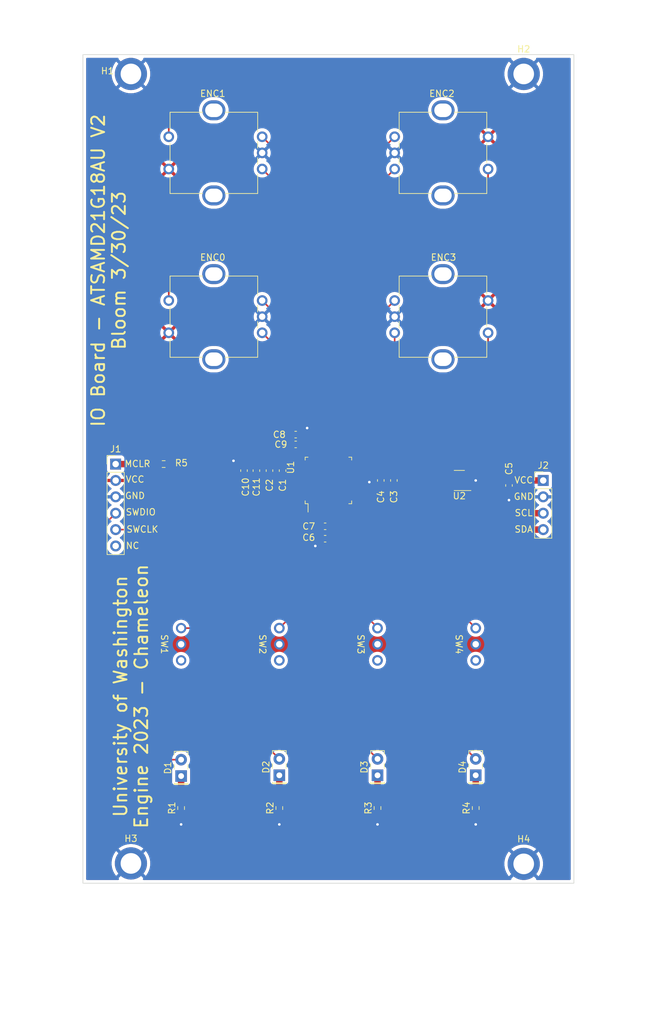
<source format=kicad_pcb>
(kicad_pcb (version 20211014) (generator pcbnew)
  (layers (0 "F.Cu" signal) (31 "B.Cu" signal) (34 "B.Paste" user) (35 "F.Paste" user) (36 "B.SilkS" user "B.Silkscreen") (37 "F.SilkS" user "F.Silkscreen") (38 "B.Mask" user) (39 "F.Mask" user) (44 "Edge.Cuts" user))
  (net 0 "")
  (net 1 "GND")
  (net 2 "Net-(C1-Pad2)")
  (net 3 "+3.3V")
  (net 4 "VCC")
  (net 5 "Net-(D1-Pad1)")
  (net 6 "Net-(D2-Pad1)")
  (net 7 "Net-(D3-Pad1)")
  (net 8 "Net-(D4-Pad1)")
  (net 9 "/ENC0_A")
  (net 10 "/ENC0_B")
  (net 11 "/ENC0_SW")
  (net 12 "/ENC1_A")
  (net 13 "/ENC1_B")
  (net 14 "/ENC1_SW")
  (net 15 "/ENC2_A")
  (net 16 "/ENC2_B")
  (net 17 "/ENC2_SW")
  (net 18 "/ENC3_A")
  (net 19 "/ENC3_B")
  (net 20 "/ENC3_SW")
  (net 21 "Net-(J1-Pad1)")
  (net 22 "/SWDIO")
  (net 23 "/SWCLK")
  (net 25 "/SDA")
  (net 26 "/SCL")
  (net 27 "/LED0")
  (net 28 "/LED1")
  (net 29 "/LED2")
  (net 30 "/LED3")
  (net 31 "/SW0")
  (net 33 "/SW1")
  (net 35 "/SW2")
  (net 37 "/SW3")
  (footprint "Resistor_SMD:R_0603_1608Metric" (layer "F.Cu") (at 110.96 166.84 90)
    (fp_text reference "R4" (at 0 -1.43 90) (layer "F.SilkS"))
    (fp_text value "10k")
    (pad "1" smd roundrect (at -0.825 0 90) (size 0.8 0.95) (layers "F.Cu" "F.Paste" "F.Mask") (net 1 "GND"))
    (pad "2" smd roundrect (at 0.825 0 90) (size 0.8 0.95) (layers "F.Cu" "F.Paste" "F.Mask") (net 8 "Net-(D4-Pad1)"))
  )
  (footprint "Package_QFP:TQFP-48_7x7mm_P0.5mm" (layer "F.Cu") (at 88.1 116.04 90)
    (fp_text reference "U1" (at 2.024 -5.85 90) (layer "F.SilkS"))
    (fp_text value "ATSAMD21G18A-A")
    (pad "1" smd roundrect (at -4.1625 -2.75 90) (size 1.475 0.3) (layers "F.Cu" "F.Paste" "F.Mask") (net 27 "/LED0"))
    (pad "2" smd roundrect (at -4.1625 -2.25 90) (size 1.475 0.3) (layers "F.Cu" "F.Paste" "F.Mask") (net 28 "/LED1"))
    (pad "3" smd roundrect (at -4.1625 -1.75 90) (size 1.475 0.3) (layers "F.Cu" "F.Paste" "F.Mask") (net 29 "/LED2"))
    (pad "4" smd roundrect (at -4.1625 -1.25 90) (size 1.475 0.3) (layers "F.Cu" "F.Paste" "F.Mask") (net 30 "/LED3"))
    (pad "5" smd roundrect (at -4.1625 -0.75 90) (size 1.475 0.3) (layers "F.Cu" "F.Paste" "F.Mask") (net 1 "GND"))
    (pad "6" smd roundrect (at -4.1625 -0.25 90) (size 1.475 0.3) (layers "F.Cu" "F.Paste" "F.Mask") (net 3 "+3.3V"))
    (pad "7" smd roundrect (at -4.1625 0.25 90) (size 1.475 0.3) (layers "F.Cu" "F.Paste" "F.Mask"))
    (pad "8" smd roundrect (at -4.1625 0.75 90) (size 1.475 0.3) (layers "F.Cu" "F.Paste" "F.Mask"))
    (pad "9" smd roundrect (at -4.1625 1.25 90) (size 1.475 0.3) (layers "F.Cu" "F.Paste" "F.Mask") (net 31 "/SW0"))
    (pad "10" smd roundrect (at -4.1625 1.75 90) (size 1.475 0.3) (layers "F.Cu" "F.Paste" "F.Mask") (net 33 "/SW1"))
    (pad "11" smd roundrect (at -4.1625 2.25 90) (size 1.475 0.3) (layers "F.Cu" "F.Paste" "F.Mask") (net 35 "/SW2"))
    (pad "12" smd roundrect (at -4.1625 2.75 90) (size 1.475 0.3) (layers "F.Cu" "F.Paste" "F.Mask") (net 37 "/SW3"))
    (pad "13" smd roundrect (at -2.75 4.1625 90) (size 0.3 1.475) (layers "F.Cu" "F.Paste" "F.Mask") (net 25 "/SDA"))
    (pad "14" smd roundrect (at -2.25 4.1625 90) (size 0.3 1.475) (layers "F.Cu" "F.Paste" "F.Mask") (net 26 "/SCL"))
    (pad "15" smd roundrect (at -1.75 4.1625 90) (size 0.3 1.475) (layers "F.Cu" "F.Paste" "F.Mask"))
    (pad "16" smd roundrect (at -1.25 4.1625 90) (size 0.3 1.475) (layers "F.Cu" "F.Paste" "F.Mask"))
    (pad "17" smd roundrect (at -0.75 4.1625 90) (size 0.3 1.475) (layers "F.Cu" "F.Paste" "F.Mask") (net 3 "+3.3V"))
    (pad "18" smd roundrect (at -0.25 4.1625 90) (size 0.3 1.475) (layers "F.Cu" "F.Paste" "F.Mask") (net 1 "GND"))
    (pad "19" smd roundrect (at 0.25 4.1625 90) (size 0.3 1.475) (layers "F.Cu" "F.Paste" "F.Mask"))
    (pad "20" smd roundrect (at 0.75 4.1625 90) (size 0.3 1.475) (layers "F.Cu" "F.Paste" "F.Mask"))
    (pad "21" smd roundrect (at 1.25 4.1625 90) (size 0.3 1.475) (layers "F.Cu" "F.Paste" "F.Mask"))
    (pad "22" smd roundrect (at 1.75 4.1625 90) (size 0.3 1.475) (layers "F.Cu" "F.Paste" "F.Mask"))
    (pad "23" smd roundrect (at 2.25 4.1625 90) (size 0.3 1.475) (layers "F.Cu" "F.Paste" "F.Mask") (net 20 "/ENC3_SW"))
    (pad "24" smd roundrect (at 2.75 4.1625 90) (size 0.3 1.475) (layers "F.Cu" "F.Paste" "F.Mask") (net 19 "/ENC3_B"))
    (pad "25" smd roundrect (at 4.1625 2.75 90) (size 1.475 0.3) (layers "F.Cu" "F.Paste" "F.Mask") (net 18 "/ENC3_A"))
    (pad "26" smd roundrect (at 4.1625 2.25 90) (size 1.475 0.3) (layers "F.Cu" "F.Paste" "F.Mask") (net 17 "/ENC2_SW"))
    (pad "27" smd roundrect (at 4.1625 1.75 90) (size 1.475 0.3) (layers "F.Cu" "F.Paste" "F.Mask") (net 16 "/ENC2_B"))
    (pad "28" smd roundrect (at 4.1625 1.25 90) (size 1.475 0.3) (layers "F.Cu" "F.Paste" "F.Mask") (net 15 "/ENC2_A"))
    (pad "29" smd roundrect (at 4.1625 0.75 90) (size 1.475 0.3) (layers "F.Cu" "F.Paste" "F.Mask") (net 14 "/ENC1_SW"))
    (pad "30" smd roundrect (at 4.1625 0.25 90) (size 1.475 0.3) (layers "F.Cu" "F.Paste" "F.Mask") (net 13 "/ENC1_B"))
    (pad "31" smd roundrect (at 4.1625 -0.25 90) (size 1.475 0.3) (layers "F.Cu" "F.Paste" "F.Mask") (net 12 "/ENC1_A"))
    (pad "32" smd roundrect (at 4.1625 -0.75 90) (size 1.475 0.3) (layers "F.Cu" "F.Paste" "F.Mask") (net 11 "/ENC0_SW"))
    (pad "33" smd roundrect (at 4.1625 -1.25 90) (size 1.475 0.3) (layers "F.Cu" "F.Paste" "F.Mask") (net 10 "/ENC0_B"))
    (pad "34" smd roundrect (at 4.1625 -1.75 90) (size 1.475 0.3) (layers "F.Cu" "F.Paste" "F.Mask") (net 9 "/ENC0_A"))
    (pad "35" smd roundrect (at 4.1625 -2.25 90) (size 1.475 0.3) (layers "F.Cu" "F.Paste" "F.Mask") (net 1 "GND"))
    (pad "36" smd roundrect (at 4.1625 -2.75 90) (size 1.475 0.3) (layers "F.Cu" "F.Paste" "F.Mask") (net 3 "+3.3V"))
    (pad "37" smd roundrect (at 2.75 -4.1625 90) (size 0.3 1.475) (layers "F.Cu" "F.Paste" "F.Mask"))
    (pad "38" smd roundrect (at 2.25 -4.1625 90) (size 0.3 1.475) (layers "F.Cu" "F.Paste" "F.Mask"))
    (pad "39" smd roundrect (at 1.75 -4.1625 90) (size 0.3 1.475) (layers "F.Cu" "F.Paste" "F.Mask"))
    (pad "40" smd roundrect (at 1.25 -4.1625 90) (size 0.3 1.475) (layers "F.Cu" "F.Paste" "F.Mask"))
    (pad "41" smd roundrect (at 0.75 -4.1625 90) (size 0.3 1.475) (layers "F.Cu" "F.Paste" "F.Mask"))
    (pad "42" smd roundrect (at 0.25 -4.1625 90) (size 0.3 1.475) (layers "F.Cu" "F.Paste" "F.Mask") (net 1 "GND"))
    (pad "43" smd roundrect (at -0.25 -4.1625 90) (size 0.3 1.475) (layers "F.Cu" "F.Paste" "F.Mask") (net 2 "Net-(C1-Pad2)"))
    (pad "44" smd roundrect (at -0.75 -4.1625 90) (size 0.3 1.475) (layers "F.Cu" "F.Paste" "F.Mask") (net 3 "+3.3V"))
    (pad "45" smd roundrect (at -1.25 -4.1625 90) (size 0.3 1.475) (layers "F.Cu" "F.Paste" "F.Mask") (net 23 "/SWCLK"))
    (pad "46" smd roundrect (at -1.75 -4.1625 90) (size 0.3 1.475) (layers "F.Cu" "F.Paste" "F.Mask") (net 22 "/SWDIO"))
    (pad "47" smd roundrect (at -2.25 -4.1625 90) (size 0.3 1.475) (layers "F.Cu" "F.Paste" "F.Mask"))
    (pad "48" smd roundrect (at -2.75 -4.1625 90) (size 0.3 1.475) (layers "F.Cu" "F.Paste" "F.Mask"))
  )
  (footprint "MountingHole:MountingHole_3.2mm_M3_ISO7380_Pad" (layer "F.Cu") (at 118.41 53)
    (fp_text reference "H2" (at 0 -3.85) (layer "F.SilkS"))
    (fp_text value "MountingHole_Pad")
    (pad "1" thru_hole circle (at 0 0) (size 5 5) (drill 3.2) (layers *.Cu *.Mask) (net 1 "GND"))
  )
  (footprint "Capacitor_SMD:C_0603_1608Metric" (layer "F.Cu") (at 116.124 116.815 -90)
    (fp_text reference "C5" (at -2.601 0 90) (layer "F.SilkS"))
    (fp_text value "10u")
    (pad "1" smd roundrect (at -0.775 0 270) (size 0.9 0.95) (layers "F.Cu" "F.Paste" "F.Mask") (net 4 "VCC"))
    (pad "2" smd roundrect (at 0.775 0 270) (size 0.9 0.95) (layers "F.Cu" "F.Paste" "F.Mask") (net 1 "GND"))
  )
  (footprint "custom_lib:EG_1218" (layer "F.Cu") (at 80.48 141.44 -90)
    (fp_text reference "SW2" (at 0 2.6 -90 unlocked) (layer "F.SilkS"))
    (fp_text value "EG_1218")
    (pad "1" thru_hole circle (at 0 0 270) (size 1.65 1.65) (drill 1) (layers *.Cu *.Mask) (net 3 "+3.3V"))
    (pad "2" thru_hole circle (at -2.5 0 270) (size 1.65 1.65) (drill 1) (layers *.Cu *.Mask) (net 33 "/SW1"))
    (pad "3" thru_hole circle (at 2.5 0 270) (size 1.65 1.65) (drill 1) (layers *.Cu *.Mask))
  )
  (footprint "LED_THT:LED_Rectangular_W5.0mm_H2.0mm" (layer "F.Cu") (at 65.24 161.88 90)
    (fp_text reference "D1" (at 1.27 -2.06 90) (layer "F.SilkS"))
    (fp_text value "LED")
    (pad "1" thru_hole rect (at 0 0 90) (size 1.8 1.8) (drill 0.9) (layers *.Cu *.Mask) (net 5 "Net-(D1-Pad1)"))
    (pad "2" thru_hole circle (at 2.54 0 90) (size 1.8 1.8) (drill 0.9) (layers *.Cu *.Mask) (net 27 "/LED0"))
  )
  (footprint "Resistor_SMD:R_0603_1608Metric" (layer "F.Cu") (at 80.48 166.84 90)
    (fp_text reference "R2" (at 0 -1.43 90) (layer "F.SilkS"))
    (fp_text value "10k")
    (pad "1" smd roundrect (at -0.825 0 90) (size 0.8 0.95) (layers "F.Cu" "F.Paste" "F.Mask") (net 1 "GND"))
    (pad "2" smd roundrect (at 0.825 0 90) (size 0.8 0.95) (layers "F.Cu" "F.Paste" "F.Mask") (net 6 "Net-(D2-Pad1)"))
  )
  (footprint "Capacitor_SMD:C_0603_1608Metric" (layer "F.Cu") (at 87.592 123.152)
    (fp_text reference "C7" (at -2.54 0) (layer "F.SilkS"))
    (fp_text value "0.1u")
    (pad "1" smd roundrect (at -0.775 0) (size 0.9 0.95) (layers "F.Cu" "F.Paste" "F.Mask") (net 1 "GND"))
    (pad "2" smd roundrect (at 0.775 0) (size 0.9 0.95) (layers "F.Cu" "F.Paste" "F.Mask") (net 3 "+3.3V"))
  )
  (footprint "custom_lib:PEC12R-3217F-S0024-ND" (layer "F.Cu") (at 105.88 90.64)
    (fp_text reference "ENC3" (at 0.084 -9.192 unlocked) (layer "F.SilkS"))
    (fp_text value "RotaryEncoder_Switch")
    (pad "A" thru_hole circle (at -7.5 -2.5 270) (size 1.65 1.65) (drill 1) (layers *.Cu *.Mask) (net 18 "/ENC3_A"))
    (pad "B" thru_hole circle (at -7.5 2.5 270) (size 1.65 1.65) (drill 1) (layers *.Cu *.Mask) (net 19 "/ENC3_B"))
    (pad "C" thru_hole circle (at -7.5 0 270) (size 1.65 1.65) (drill 1) (layers *.Cu *.Mask) (net 1 "GND"))
    (pad "S1" thru_hole circle (at 7 -2.5 270) (size 1.65 1.65) (drill 1) (layers *.Cu *.Mask) (net 3 "+3.3V"))
    (pad "S2" thru_hole circle (at 7 2.5 270) (size 1.65 1.65) (drill 1) (layers *.Cu *.Mask) (net 20 "/ENC3_SW"))
    (pad "SH" thru_hole oval (at 0 6.6 270) (size 3.1 3.6) (drill oval 2.1 2.7) (layers *.Cu *.Mask))
    (pad "SH" thru_hole oval (at 0 -6.6 270) (size 3.1 3.6) (drill oval 2.1 2.7) (layers *.Cu *.Mask))
  )
  (footprint "Capacitor_SMD:C_0603_1608Metric" (layer "F.Cu") (at 76.924 114.516 -90)
    (fp_text reference "C11" (at 2.54 0 90) (layer "F.SilkS"))
    (fp_text value "0.1u")
    (pad "1" smd roundrect (at -0.775 0 270) (size 0.9 0.95) (layers "F.Cu" "F.Paste" "F.Mask") (net 1 "GND"))
    (pad "2" smd roundrect (at 0.775 0 270) (size 0.9 0.95) (layers "F.Cu" "F.Paste" "F.Mask") (net 3 "+3.3V"))
  )
  (footprint "Capacitor_SMD:C_0603_1608Metric" (layer "F.Cu") (at 87.592 125.076 180)
    (fp_text reference "C6" (at 2.54 0.186) (layer "F.SilkS"))
    (fp_text value "10u")
    (pad "1" smd roundrect (at -0.775 0 180) (size 0.9 0.95) (layers "F.Cu" "F.Paste" "F.Mask") (net 3 "+3.3V"))
    (pad "2" smd roundrect (at 0.775 0 180) (size 0.9 0.95) (layers "F.Cu" "F.Paste" "F.Mask") (net 1 "GND"))
  )
  (footprint "Connector_PinHeader_2.54mm:PinHeader_1x06_P2.54mm_Vertical" (layer "F.Cu") (at 55.08 113.5)
    (fp_text reference "J1" (at 0 -2.33) (layer "F.SilkS"))
    (fp_text value "Conn_PIC_ICSP_ICD")
    (pad "1" thru_hole rect (at 0 0) (size 1.7 1.7) (drill 1) (layers *.Cu *.Mask) (net 21 "Net-(J1-Pad1)"))
    (pad "2" thru_hole oval (at 0 2.54) (size 1.7 1.7) (drill 1) (layers *.Cu *.Mask) (net 3 "+3.3V"))
    (pad "3" thru_hole oval (at 0 5.08) (size 1.7 1.7) (drill 1) (layers *.Cu *.Mask) (net 1 "GND"))
    (pad "4" thru_hole oval (at 0 7.62) (size 1.7 1.7) (drill 1) (layers *.Cu *.Mask) (net 22 "/SWDIO"))
    (pad "5" thru_hole oval (at 0 10.16) (size 1.7 1.7) (drill 1) (layers *.Cu *.Mask) (net 23 "/SWCLK"))
    (pad "6" thru_hole oval (at 0 12.7) (size 1.7 1.7) (drill 1) (layers *.Cu *.Mask))
  )
  (footprint "MountingHole:MountingHole_3.2mm_M3_ISO7380_Pad" (layer "F.Cu") (at 118.41 175.5)
    (fp_text reference "H4" (at 0 -3.85) (layer "F.SilkS"))
    (fp_text value "MountingHole_Pad")
    (pad "1" thru_hole circle (at 0 0) (size 5 5) (drill 3.2) (layers *.Cu *.Mask) (net 1 "GND"))
  )
  (footprint "Capacitor_SMD:C_0603_1608Metric" (layer "F.Cu") (at 98.26 116.04 90)
    (fp_text reference "C3" (at -2.54 0 90) (layer "F.SilkS"))
    (fp_text value "10u")
    (pad "1" smd roundrect (at -0.775 0 90) (size 0.9 0.95) (layers "F.Cu" "F.Paste" "F.Mask") (net 3 "+3.3V"))
    (pad "2" smd roundrect (at 0.775 0 90) (size 0.9 0.95) (layers "F.Cu" "F.Paste" "F.Mask") (net 1 "GND"))
  )
  (footprint "LED_THT:LED_Rectangular_W5.0mm_H2.0mm" (layer "F.Cu") (at 95.72 161.76 90)
    (fp_text reference "D3" (at 1.27 -2.06 90) (layer "F.SilkS"))
    (fp_text value "LED")
    (pad "1" thru_hole rect (at 0 0 90) (size 1.8 1.8) (drill 0.9) (layers *.Cu *.Mask) (net 7 "Net-(D3-Pad1)"))
    (pad "2" thru_hole circle (at 2.54 0 90) (size 1.8 1.8) (drill 0.9) (layers *.Cu *.Mask) (net 29 "/LED2"))
  )
  (footprint "LED_THT:LED_Rectangular_W5.0mm_H2.0mm" (layer "F.Cu") (at 80.48 161.76 90)
    (fp_text reference "D2" (at 1.27 -2.06 90) (layer "F.SilkS"))
    (fp_text value "LED")
    (pad "1" thru_hole rect (at 0 0 90) (size 1.8 1.8) (drill 0.9) (layers *.Cu *.Mask) (net 6 "Net-(D2-Pad1)"))
    (pad "2" thru_hole circle (at 2.54 0 90) (size 1.8 1.8) (drill 0.9) (layers *.Cu *.Mask) (net 28 "/LED1"))
  )
  (footprint "custom_lib:EG_1218" (layer "F.Cu") (at 70.24 141.44 -90)
    (fp_text reference "SW1" (at 0 7.6 -90 unlocked) (layer "F.SilkS"))
    (fp_text value "EG_1218")
    (pad "1" thru_hole circle (at 0 5 270) (size 1.6 1.6) (drill 1) (layers *.Cu *.Mask) (net 3 "+3.3V"))
    (pad "2" thru_hole circle (at -2.5 5 270) (size 1.6 1.6) (drill 1) (layers *.Cu *.Mask) (net 31 "/SW0"))
    (pad "3" thru_hole circle (at 2.5 5 270) (size 1.6 1.6) (drill 1) (layers *.Cu *.Mask))
  )
  (footprint "Connector_PinHeader_2.54mm:PinHeader_1x04_P2.54mm_Vertical" (layer "F.Cu") (at 121.4375 116.04)
    (fp_text reference "J2" (at 0 -2.33) (layer "F.SilkS"))
    (fp_text value "Conn_01x04_Male")
    (pad "1" thru_hole rect (at 0 0) (size 1.7 1.7) (drill 1) (layers *.Cu *.Mask) (net 4 "VCC"))
    (pad "2" thru_hole oval (at 0 2.54) (size 1.7 1.7) (drill 1) (layers *.Cu *.Mask) (net 1 "GND"))
    (pad "3" thru_hole oval (at 0 5.08) (size 1.7 1.7) (drill 1) (layers *.Cu *.Mask) (net 26 "/SCL"))
    (pad "4" thru_hole oval (at 0 7.62) (size 1.7 1.7) (drill 1) (layers *.Cu *.Mask) (net 25 "/SDA"))
  )
  (footprint "Resistor_SMD:R_0603_1608Metric" (layer "F.Cu") (at 62.53 113.5 180)
    (fp_text reference "R5" (at -2.751 0.175) (layer "F.SilkS"))
    (fp_text value "10k")
    (pad "1" smd roundrect (at -0.825 0 180) (size 0.8 0.95) (layers "F.Cu" "F.Paste" "F.Mask") (net 3 "+3.3V"))
    (pad "2" smd roundrect (at 0.825 0 180) (size 0.8 0.95) (layers "F.Cu" "F.Paste" "F.Mask") (net 21 "Net-(J1-Pad1)"))
  )
  (footprint "custom_lib:PEC12R-3217F-S0024-ND" (layer "F.Cu") (at 69.86 90.64 180)
    (fp_text reference "ENC0" (at -0.29 9.192 unlocked) (layer "F.SilkS"))
    (fp_text value "RotaryEncoder_Switch")
    (pad "A" thru_hole circle (at -7.96 -2.5 90) (size 1.65 1.65) (drill 1) (layers *.Mask "F.Cu" "In1.Cu" "B.Cu") (net 9 "/ENC0_A"))
    (pad "B" thru_hole circle (at -7.96 2.5 90) (size 1.65 1.65) (drill 1) (layers *.Mask "F.Cu" "In1.Cu" "B.Cu") (net 10 "/ENC0_B"))
    (pad "C" thru_hole circle (at -7.96 0 90) (size 1.65 1.65) (drill 1) (layers *.Mask "F.Cu" "In1.Cu" "B.Cu") (net 1 "GND"))
    (pad "S1" thru_hole circle (at 6.54 -2.5 90) (size 1.65 1.65) (drill 1) (layers *.Mask "F.Cu" "In1.Cu" "B.Cu") (net 3 "+3.3V"))
    (pad "S2" thru_hole circle (at 6.54 2.5 90) (size 1.65 1.65) (drill 1) (layers *.Cu *.Mask) (net 11 "/ENC0_SW"))
    (pad "SH" thru_hole oval (at -0.46 6.6 90) (size 3.1 3.6) (drill oval 2.1 2.7) (layers *.Mask "F.Cu" "In1.Cu" "B.Cu"))
    (pad "SH" thru_hole oval (at -0.46 -6.6 90) (size 3.1 3.6) (drill oval 2.1 2.7) (layers *.Mask "F.Cu" "In1.Cu" "B.Cu"))
  )
  (footprint "custom_lib:PEC12R-3217F-S0024-ND" (layer "F.Cu") (at 70.32 65.24 180)
    (fp_text reference "ENC1" (at 0.17 9.192 unlocked) (layer "F.SilkS"))
    (fp_text value "RotaryEncoder_Switch")
    (pad "A" thru_hole circle (at -7.5 -2.5 90) (size 1.65 1.65) (drill 1) (layers *.Mask "F.Cu" "In1.Cu" "B.Cu") (net 12 "/ENC1_A"))
    (pad "B" thru_hole circle (at -7.5 2.5 90) (size 1.65 1.65) (drill 1) (layers *.Mask "F.Cu" "In1.Cu" "B.Cu") (net 13 "/ENC1_B"))
    (pad "C" thru_hole circle (at -7.5 0 90) (size 1.65 1.65) (drill 1) (layers *.Mask "F.Cu" "In1.Cu" "B.Cu") (net 1 "GND"))
    (pad "S1" thru_hole circle (at 7 -2.5 90) (size 1.65 1.65) (drill 1) (layers *.Mask "F.Cu" "In1.Cu" "B.Cu") (net 3 "+3.3V"))
    (pad "S2" thru_hole circle (at 7 2.5 90) (size 1.65 1.65) (drill 1) (layers *.Mask "F.Cu" "In1.Cu" "B.Cu") (net 14 "/ENC1_SW"))
    (pad "SH" thru_hole oval (at 0 -6.6 90) (size 3.1 3.6) (drill oval 2.1 2.7) (layers *.Mask "F.Cu" "In1.Cu" "B.Cu"))
    (pad "SH" thru_hole oval (at 0 6.6 90) (size 3.1 3.6) (drill oval 2.1 2.7) (layers *.Mask "F.Cu" "In1.Cu" "B.Cu"))
  )
  (footprint "MountingHole:MountingHole_3.2mm_M3_ISO7380_Pad" (layer "F.Cu") (at 57.45 175.428)
    (fp_text reference "H3" (at 0 -3.85) (layer "F.SilkS"))
    (fp_text value "MountingHole_Pad")
    (pad "1" thru_hole circle (at 0 0) (size 5 5) (drill 3.2) (layers *.Cu *.Mask) (net 1 "GND"))
  )
  (footprint "Capacitor_SMD:C_0603_1608Metric" (layer "F.Cu") (at 80.988 114.516 -90)
    (fp_text reference "C1" (at 2.273 0 90) (layer "F.SilkS"))
    (fp_text value "0.1u")
    (pad "1" smd roundrect (at -0.775 0 270) (size 0.9 0.95) (layers "F.Cu" "F.Paste" "F.Mask") (net 1 "GND"))
    (pad "2" smd roundrect (at 0.775 0 270) (size 0.9 0.95) (layers "F.Cu" "F.Paste" "F.Mask") (net 2 "Net-(C1-Pad2)"))
  )
  (footprint "custom_lib:EG_1218" (layer "F.Cu") (at 110.96 141.44 -90)
    (fp_text reference "SW4" (at 0 2.6 -90 unlocked) (layer "F.SilkS"))
    (fp_text value "EG_1218")
    (pad "1" thru_hole circle (at 0 0 270) (size 1.65 1.65) (drill 1) (layers *.Cu *.Mask) (net 3 "+3.3V"))
    (pad "2" thru_hole circle (at -2.5 0 270) (size 1.65 1.65) (drill 1) (layers *.Cu *.Mask) (net 37 "/SW3"))
    (pad "3" thru_hole circle (at 2.5 0 270) (size 1.65 1.65) (drill 1) (layers *.Cu *.Mask))
  )
  (footprint "custom_lib:EG_1218" (layer "F.Cu") (at 95.72 141.44 -90)
    (fp_text reference "SW3" (at 0 2.6 -90 unlocked) (layer "F.SilkS"))
    (fp_text value "EG_1218")
    (pad "1" thru_hole circle (at 0 0 270) (size 1.65 1.65) (drill 1) (layers *.Cu *.Mask) (net 3 "+3.3V"))
    (pad "2" thru_hole circle (at -2.5 0 270) (size 1.65 1.65) (drill 1) (layers *.Cu *.Mask) (net 35 "/SW2"))
    (pad "3" thru_hole circle (at 2.5 0 270) (size 1.65 1.65) (drill 1) (layers *.Cu *.Mask))
  )
  (footprint "Resistor_SMD:R_0603_1608Metric" (layer "F.Cu") (at 65.24 166.84 90)
    (fp_text reference "R1" (at 0 -1.43 90) (layer "F.SilkS"))
    (fp_text value "10k")
    (pad "1" smd roundrect (at -0.825 0 90) (size 0.8 0.95) (layers "F.Cu" "F.Paste" "F.Mask") (net 1 "GND"))
    (pad "2" smd roundrect (at 0.825 0 90) (size 0.8 0.95) (layers "F.Cu" "F.Paste" "F.Mask") (net 5 "Net-(D1-Pad1)"))
  )
  (footprint "MountingHole:MountingHole_3.2mm_M3_ISO7380_Pad" (layer "F.Cu") (at 57.45 53)
    (fp_text reference "H1" (at -3.64 -0.46) (layer "F.SilkS"))
    (fp_text value "MountingHole_Pad")
    (pad "1" thru_hole circle (at 0 0) (size 5 5) (drill 3.2) (layers *.Cu *.Mask) (net 1 "GND"))
  )
  (footprint "Resistor_SMD:R_0603_1608Metric" (layer "F.Cu") (at 95.72 166.84 90)
    (fp_text reference "R3" (at 0 -1.43 90) (layer "F.SilkS"))
    (fp_text value "10k")
    (pad "1" smd roundrect (at -0.825 0 90) (size 0.8 0.95) (layers "F.Cu" "F.Paste" "F.Mask") (net 1 "GND"))
    (pad "2" smd roundrect (at 0.825 0 90) (size 0.8 0.95) (layers "F.Cu" "F.Paste" "F.Mask") (net 7 "Net-(D3-Pad1)"))
  )
  (footprint "LED_THT:LED_Rectangular_W5.0mm_H2.0mm" (layer "F.Cu") (at 110.96 161.76 90)
    (fp_text reference "D4" (at 1.27 -2.06 90) (layer "F.SilkS"))
    (fp_text value "LED")
    (pad "1" thru_hole rect (at 0 0 90) (size 1.8 1.8) (drill 0.9) (layers *.Cu *.Mask) (net 8 "Net-(D4-Pad1)"))
    (pad "2" thru_hole circle (at 2.54 0 90) (size 1.8 1.8) (drill 0.9) (layers *.Cu *.Mask) (net 30 "/LED3"))
  )
  (footprint "custom_lib:PEC12R-3217F-S0024-ND" (layer "F.Cu") (at 105.88 65.24)
    (fp_text reference "ENC2" (at -0.17 -9.192 unlocked) (layer "F.SilkS"))
    (fp_text value "RotaryEncoder_Switch")
    (pad "A" thru_hole circle (at -7.5 -2.5 270) (size 1.65 1.65) (drill 1) (layers *.Mask "F.Cu" "In1.Cu" "B.Cu") (net 15 "/ENC2_A"))
    (pad "B" thru_hole circle (at -7.5 2.5 270) (size 1.65 1.65) (drill 1) (layers *.Mask "F.Cu" "In1.Cu" "B.Cu") (net 16 "/ENC2_B"))
    (pad "C" thru_hole circle (at -7.5 0 270) (size 1.65 1.65) (drill 1) (layers *.Mask "F.Cu" "In1.Cu" "B.Cu") (net 1 "GND"))
    (pad "S1" thru_hole circle (at 7 -2.5 270) (size 1.65 1.65) (drill 1) (layers *.Mask "F.Cu" "In1.Cu" "B.Cu") (net 3 "+3.3V"))
    (pad "S2" thru_hole circle (at 7 2.5 270) (size 1.65 1.65) (drill 1) (layers *.Mask "F.Cu" "In1.Cu" "B.Cu") (net 17 "/ENC2_SW"))
    (pad "SH" thru_hole oval (at 0 6.6 270) (size 3.1 3.6) (drill oval 2.1 2.7) (layers *.Mask "F.Cu" "In1.Cu" "B.Cu"))
    (pad "SH" thru_hole oval (at 0 -6.6 270) (size 3.1 3.6) (drill oval 2.1 2.7) (layers *.Mask "F.Cu" "In1.Cu" "B.Cu"))
  )
  (footprint "Capacitor_SMD:C_0603_1608Metric" (layer "F.Cu") (at 96.228 116.04 -90)
    (fp_text reference "C4" (at 2.54 0 90) (layer "F.SilkS"))
    (fp_text value "0.1u")
    (pad "1" smd roundrect (at -0.775 0 270) (size 0.9 0.95) (layers "F.Cu" "F.Paste" "F.Mask") (net 1 "GND"))
    (pad "2" smd roundrect (at 0.775 0 270) (size 0.9 0.95) (layers "F.Cu" "F.Paste" "F.Mask") (net 3 "+3.3V"))
  )
  (footprint "Capacitor_SMD:C_0603_1608Metric" (layer "F.Cu") (at 75 114.516 90)
    (fp_text reference "C10" (at -2.54 0.241 90) (layer "F.SilkS"))
    (fp_text value "10u")
    (pad "1" smd roundrect (at -0.775 0 90) (size 0.9 0.95) (layers "F.Cu" "F.Paste" "F.Mask") (net 3 "+3.3V"))
    (pad "2" smd roundrect (at 0.775 0 90) (size 0.9 0.95) (layers "F.Cu" "F.Paste" "F.Mask") (net 1 "GND"))
  )
  (footprint "Capacitor_SMD:C_0603_1608Metric" (layer "F.Cu") (at 78.956 114.516 -90)
    (fp_text reference "C2" (at 2.273 0 90) (layer "F.SilkS"))
    (fp_text value "10u")
    (pad "1" smd roundrect (at -0.775 0 270) (size 0.9 0.95) (layers "F.Cu" "F.Paste" "F.Mask") (net 1 "GND"))
    (pad "2" smd roundrect (at 0.775 0 270) (size 0.9 0.95) (layers "F.Cu" "F.Paste" "F.Mask") (net 2 "Net-(C1-Pad2)"))
  )
  (footprint "Capacitor_SMD:C_0603_1608Metric" (layer "F.Cu") (at 83.02 110.452)
    (fp_text reference "C9" (at -2.299 0) (layer "F.SilkS"))
    (fp_text value "0.1u")
    (pad "1" smd roundrect (at -0.775 0) (size 0.9 0.95) (layers "F.Cu" "F.Paste" "F.Mask") (net 1 "GND"))
    (pad "2" smd roundrect (at 0.775 0) (size 0.9 0.95) (layers "F.Cu" "F.Paste" "F.Mask") (net 3 "+3.3V"))
  )
  (footprint "Package_TO_SOT_SMD:SOT-23-5" (layer "F.Cu") (at 108.42 116.04 180)
    (fp_text reference "U2" (at 0 -2.4) (layer "F.SilkS"))
    (fp_text value "AP2112K-3.3")
    (pad "1" smd roundrect (at -1.1375 -0.95 180) (size 1.325 0.6) (layers "F.Cu" "F.Paste" "F.Mask") (net 4 "VCC"))
    (pad "2" smd roundrect (at -1.1375 0 180) (size 1.325 0.6) (layers "F.Cu" "F.Paste" "F.Mask") (net 1 "GND"))
    (pad "3" smd roundrect (at -1.1375 0.95 180) (size 1.325 0.6) (layers "F.Cu" "F.Paste" "F.Mask") (net 4 "VCC"))
    (pad "4" smd roundrect (at 1.1375 0.95 180) (size 1.325 0.6) (layers "F.Cu" "F.Paste" "F.Mask"))
    (pad "5" smd roundrect (at 1.1375 -0.95 180) (size 1.325 0.6) (layers "F.Cu" "F.Paste" "F.Mask") (net 3 "+3.3V"))
  )
  (footprint "Capacitor_SMD:C_0603_1608Metric" (layer "F.Cu") (at 83.02 108.928 180)
    (fp_text reference "C8" (at 2.54 0) (layer "F.SilkS"))
    (fp_text value "10u")
    (pad "1" smd roundrect (at -0.775 0 180) (size 0.9 0.95) (layers "F.Cu" "F.Paste" "F.Mask") (net 3 "+3.3V"))
    (pad "2" smd roundrect (at 0.775 0 180) (size 0.9 0.95) (layers "F.Cu" "F.Paste" "F.Mask") (net 1 "GND"))
  )
  (gr_rect (start 50 50) (end 126.2 178.5) (layer "Edge.Cuts") (width 0.1) (fill none))
  (gr_text "MCLR" (at 58.466 113.452) (layer "F.SilkS") (effects (font (size 1 1))))
  (gr_text "SWCLK" (at 59.228 123.612) (layer "F.SilkS") (effects (font (size 1 1))))
  (gr_text "GND\n" (at 58.085 118.405) (layer "F.SilkS") (effects (font (size 1 1))))
  (gr_text "GND\n" (at 118.41 118.532) (layer "F.SilkS") (effects (font (size 1 1))))
  (gr_text "VCC" (at 118.41 115.992) (layer "F.SilkS") (effects (font (size 1 1))))
  (gr_text "\nIO Board - ATSAMD21G18AU V2\nBloom 3/30/23" (at 52.37 83.48 90) (layer "F.SilkS") (effects (font (size 2 2) (thickness 0.3))))
  (gr_text "SDA\n" (at 118.41 123.612) (layer "F.SilkS") (effects (font (size 1 1))))
  (gr_text "VCC" (at 58.085 115.865) (layer "F.SilkS") (effects (font (size 1 1))))
  (gr_text "University of Washington\nEngine 2023 - Chameleon" (at 57.45 149.52 90) (layer "F.SilkS") (effects (font (size 2 2) (thickness 0.3))))
  (gr_text "SCL\n" (at 118.41 121.072) (layer "F.SilkS") (effects (font (size 1 1))))
  (gr_text "SWDIO\n" (at 58.974 120.945) (layer "F.SilkS") (effects (font (size 1 1))))
  (gr_text "NC" (at 57.704 126.152) (layer "F.SilkS") (effects (font (size 1 1))))
  (segment (start 86.817 125.451) (end 86.068 126.2) (width 0.25) (layer "F.Cu") (net 1))
  (segment (start 86.817 125.076) (end 86.817 125.451) (width 0.25) (layer "F.Cu") (net 1))
  (segment (start 82.245 108.928) (end 83.261 107.912) (width 0.25) (layer "F.Cu") (net 1))
  (segment (start 80.48 167.665) (end 80.48 169.38) (width 1) (layer "F.Cu") (net 1))
  (segment (start 87.35 122.619) (end 86.817 123.152) (width 0.25) (layer "F.Cu") (net 1))
  (segment (start 74.117 113.741) (end 73.368 112.992) (width 0.25) (layer "F.Cu") (net 1))
  (segment (start 75 113.741) (end 76.924 113.741) (width 0.25) (layer "F.Cu") (net 1))
  (segment (start 116.124 117.59) (end 116.124 118.58) (width 1) (layer "F.Cu") (net 1))
  (segment (start 87.35 120.2025) (end 87.35 122.619) (width 0.25) (layer "F.Cu") (net 1))
  (segment (start 83.9375 115.79) (end 82.762 115.79) (width 0.25) (layer "F.Cu") (net 1))
  (segment (start 80.988 113.741) (end 78.956 113.741) (width 0.25) (layer "F.Cu") (net 1))
  (segment (start 94.446 116.29) (end 94.45 116.294) (width 0.25) (layer "F.Cu") (net 1))
  (segment (start 109.5575 116.04) (end 110.96 116.04) (width 0.6) (layer "F.Cu") (net 1))
  (segment (start 95.199 116.294) (end 96.228 115.265) (width 0.25) (layer "F.Cu") (net 1))
  (segment (start 82.762 115.79) (end 80.988 114.016) (width 0.25) (layer "F.Cu") (net 1))
  (segment (start 85.85 111.8775) (end 85.85 108.964) (width 0.25) (layer "F.Cu") (net 1))
  (segment (start 95.72 167.665) (end 95.72 169.38) (width 1) (layer "F.Cu") (net 1))
  (segment (start 65.24 167.665) (end 65.24 169.38) (width 1) (layer "F.Cu") (net 1))
  (segment (start 75 113.741) (end 74.117 113.741) (width 0.25) (layer "F.Cu") (net 1))
  (segment (start 82.245 108.928) (end 82.245 110.452) (width 0.25) (layer "F.Cu") (net 1))
  (segment (start 116.124 118.58) (end 116.124 119.088) (width 1) (layer "F.Cu") (net 1))
  (segment (start 96.228 115.265) (end 98.26 115.265) (width 0.25) (layer "F.Cu") (net 1))
  (segment (start 110.96 167.665) (end 110.96 169.38) (width 1) (layer "F.Cu") (net 1))
  (segment (start 94.45 116.294) (end 95.199 116.294) (width 0.25) (layer "F.Cu") (net 1))
  (segment (start 83.261 107.912) (end 84.798 107.912) (width 0.25) (layer "F.Cu") (net 1))
  (segment (start 92.2625 116.29) (end 94.446 116.29) (width 0.25) (layer "F.Cu") (net 1))
  (segment (start 85.85 108.964) (end 84.798 107.912) (width 0.25) (layer "F.Cu") (net 1))
  (segment (start 86.817 123.152) (end 86.817 125.076) (width 0.25) (layer "F.Cu") (net 1))
  (segment (start 76.924 113.741) (end 78.956 113.741) (width 0.25) (layer "F.Cu") (net 1))
  (via (at 116.124 119.088) (size 1) (drill 0.4) (layers "F.Cu" "B.Cu") (net 1))
  (via (at 84.798 107.912) (size 1) (drill 0.4) (layers "F.Cu" "B.Cu") (net 1))
  (via (at 80.48 169.38) (size 1) (drill 0.4) (layers "F.Cu" "B.Cu") (net 1))
  (via (at 110.96 169.38) (size 1) (drill 0.4) (layers "F.Cu" "B.Cu") (net 1))
  (via (at 110.96 116.04) (size 1) (drill 0.4) (layers "F.Cu" "B.Cu") (net 1))
  (via (at 94.45 116.294) (size 1) (drill 0.4) (layers "F.Cu" "B.Cu") (net 1))
  (via (at 86.068 126.2) (size 1) (drill 0.4) (layers "F.Cu" "B.Cu") (net 1))
  (via (at 65.24 169.38) (size 1) (drill 0.4) (layers "F.Cu" "B.Cu") (net 1))
  (via (at 73.368 112.992) (size 1) (drill 0.4) (layers "F.Cu" "B.Cu") (net 1))
  (via (at 95.72 169.38) (size 1) (drill 0.4) (layers "F.Cu" "B.Cu") (net 1))
  (segment (start 83.9375 116.29) (end 81.712 116.29) (width 0.25) (layer "F.Cu") (net 2))
  (segment (start 81.712 116.29) (end 80.988 115.566) (width 0.25) (layer "F.Cu") (net 2))
  (segment (start 80.988 115.291) (end 78.956 115.291) (width 0.25) (layer "F.Cu") (net 2))
  (segment (start 85.2205 111.8775) (end 83.795 110.452) (width 0.25) (layer "F.Cu") (net 3))
  (segment (start 85.35 111.8775) (end 85.2205 111.8775) (width 0.25) (layer "F.Cu") (net 3))
  (segment (start 94.108273 117.119) (end 95.924 117.119) (width 0.25) (layer "F.Cu") (net 3))
  (segment (start 87.95 121.19) (end 88.034315 121.19) (width 0.25) (layer "F.Cu") (net 3))
  (segment (start 88.034315 121.19) (end 88.034315 122.819315) (width 0.25) (layer "F.Cu") (net 3))
  (segment (start 87.85 121.005685) (end 87.95 121.105685) (width 0.25) (layer "F.Cu") (net 3))
  (segment (start 87.95 121.105685) (end 87.95 121.19) (width 0.25) (layer "F.Cu") (net 3))
  (segment (start 105.71 117.008) (end 105.728 116.99) (width 1) (layer "F.Cu") (net 3))
  (segment (start 87.85 120.2025) (end 87.85 121.005685) (width 0.25) (layer "F.Cu") (net 3))
  (segment (start 93.779273 116.79) (end 94.108273 117.119) (width 0.25) (layer "F.Cu") (net 3))
  (segment (start 92.2625 116.79) (end 93.779273 116.79) (width 0.25) (layer "F.Cu") (net 3))
  (segment (start 88.034315 122.819315) (end 88.367 123.152) (width 0.25) (layer "F.Cu") (net 3))
  (segment (start 83.9375 116.79) (end 81.23 116.79) (width 0.25) (layer "F.Cu") (net 3))
  (segment (start 107.2825 116.99) (end 105.728 116.99) (width 1) (layer "F.Cu") (net 3))
  (segment (start 95.924 117.119) (end 96.228 116.815) (width 0.25) (layer "F.Cu") (net 3))
  (segment (start 109.5575 114.9025) (end 109.5575 115.09) (width 0.6) (layer "F.Cu") (net 4))
  (segment (start 113.5 116.04) (end 111.595 114.135) (width 0.6) (layer "F.Cu") (net 4))
  (segment (start 110.325 117.945) (end 109.5575 117.1775) (width 0.6) (layer "F.Cu") (net 4))
  (segment (start 121.4375 116.04) (end 113.5 116.04) (width 1) (layer "F.Cu") (net 4))
  (segment (start 109.5575 117.1775) (end 109.5575 116.99) (width 0.6) (layer "F.Cu") (net 4))
  (segment (start 110.325 114.135) (end 109.5575 114.9025) (width 0.6) (layer "F.Cu") (net 4))
  (segment (start 113.5 116.04) (end 111.595 117.945) (width 0.6) (layer "F.Cu") (net 4))
  (segment (start 111.595 117.945) (end 110.325 117.945) (width 0.6) (layer "F.Cu") (net 4))
  (segment (start 111.595 114.135) (end 110.325 114.135) (width 0.6) (layer "F.Cu") (net 4))
  (segment (start 65.24 161.88) (end 65.24 166.015) (width 1) (layer "F.Cu") (net 5))
  (segment (start 80.48 161.76) (end 80.48 166.015) (width 1) (layer "F.Cu") (net 6))
  (segment (start 95.72 161.76) (end 95.72 166.015) (width 1) (layer "F.Cu") (net 7))
  (segment (start 110.96 166.015) (end 110.96 161.76) (width 1) (layer "F.Cu") (net 8))
  (segment (start 86.35 111.8775) (end 86.35 101.67) (width 0.25) (layer "F.Cu") (net 9))
  (segment (start 86.35 101.67) (end 77.82 93.14) (width 0.25) (layer "F.Cu") (net 9))
  (segment (start 86.85 111.8775) (end 86.85 97.17) (width 0.25) (layer "F.Cu") (net 10))
  (segment (start 86.85 97.17) (end 77.82 88.14) (width 0.25) (layer "F.Cu") (net 10))
  (segment (start 66.51 80.226) (end 63.32 83.416) (width 0.25) (layer "F.Cu") (net 11))
  (segment (start 63.32 83.416) (end 63.32 88.14) (width 0.25) (layer "F.Cu") (net 11))
  (segment (start 87.35 90.144) (end 77.432 80.226) (width 0.25) (layer "F.Cu") (net 11))
  (segment (start 77.432 80.226) (end 66.51 80.226) (width 0.25) (layer "F.Cu") (net 11))
  (segment (start 87.35 111.8775) (end 87.35 90.144) (width 0.25) (layer "F.Cu") (net 11))
  (segment (start 87.85 111.8775) (end 87.85 77.77) (width 0.25) (layer "F.Cu") (net 12))
  (segment (start 87.85 77.77) (end 77.82 67.74) (width 0.25) (layer "F.Cu") (net 12))
  (segment (start 88.35 111.8775) (end 88.35 73.27) (width 0.25) (layer "F.Cu") (net 13))
  (segment (start 88.35 73.27) (end 77.82 62.74) (width 0.25) (layer "F.Cu") (net 13))
  (segment (start 66.002 55.08) (end 63.32 57.762) (width 0.25) (layer "F.Cu") (net 14))
  (segment (start 63.32 57.762) (end 63.32 62.74) (width 0.25) (layer "F.Cu") (net 14))
  (segment (start 88.85 111.8775) (end 88.85 68.276) (width 0.25) (layer "F.Cu") (net 14))
  (segment (start 75.654 55.08) (end 66.002 55.08) (width 0.25) (layer "F.Cu") (net 14))
  (segment (start 88.85 68.276) (end 75.654 55.08) (width 0.25) (layer "F.Cu") (net 14))
  (segment (start 89.35 111.8775) (end 89.35 71.77) (width 0.25) (layer "F.Cu") (net 15))
  (segment (start 89.35 71.77) (end 98.38 62.74) (width 0.25) (layer "F.Cu") (net 15))
  (segment (start 89.85 111.8775) (end 89.85 76.27) (width 0.25) (layer "F.Cu") (net 16))
  (segment (start 89.85 76.27) (end 98.38 67.74) (width 0.25) (layer "F.Cu") (net 16))
  (segment (start 108.674 78.194) (end 96.482 78.194) (width 0.25) (layer "F.Cu") (net 17))
  (segment (start 90.386 103.848) (end 90.35 103.884) (width 0.25) (layer "F.Cu") (net 17))
  (segment (start 112.88 67.74) (end 112.88 73.988) (width 0.25) (layer "F.Cu") (net 17))
  (segment (start 90.386 84.29) (end 90.386 103.848) (width 0.25) (layer "F.Cu") (net 17))
  (segment (start 96.482 78.194) (end 90.386 84.29) (width 0.25) (layer "F.Cu") (net 17))
  (segment (start 112.88 73.988) (end 108.674 78.194) (width 0.25) (layer "F.Cu") (net 17))
  (segment (start 90.35 103.884) (end 90.35 111.8775) (width 0.25) (layer "F.Cu") (net 17))
  (segment (start 90.85 95.67) (end 98.38 88.14) (width 0.25) (layer "F.Cu") (net 18))
  (segment (start 90.85 111.8775) (end 90.85 95.67) (width 0.25) (layer "F.Cu") (net 18))
  (segment (start 98.38 111.856) (end 96.946 113.29) (width 0.25) (layer "F.Cu") (net 19))
  (segment (start 98.38 93.14) (end 98.38 111.856) (width 0.25) (layer "F.Cu") (net 19))
  (segment (start 96.946 113.29) (end 92.2625 113.29) (width 0.25) (layer "F.Cu") (net 19))
  (segment (start 97.716 113.79) (end 112.992 98.514) (width 0.25) (layer "F.Cu") (net 20))
  (segment (start 112.992 98.514) (end 112.88 98.402) (width 0.25) (layer "F.Cu") (net 20))
  (segment (start 112.88 98.402) (end 112.88 93.14) (width 0.25) (layer "F.Cu") (net 20))
  (segment (start 92.2625 113.79) (end 97.716 113.79) (width 0.25) (layer "F.Cu") (net 20))
  (segment (start 61.514 113.5) (end 55.08 113.5) (width 1) (layer "F.Cu") (net 21))
  (segment (start 64.224 124.168) (end 59.144 129.248) (width 0.25) (layer "F.Cu") (net 22))
  (segment (start 51.524 128.74) (end 51.524 124.676) (width 0.25) (layer "F.Cu") (net 22))
  (segment (start 52.032 129.248) (end 51.524 128.74) (width 0.25) (layer "F.Cu") (net 22))
  (segment (start 83.134315 117.79) (end 76.756315 124.168) (width 0.25) (layer "F.Cu") (net 22))
  (segment (start 76.756315 124.168) (end 64.224 124.168) (width 0.25) (layer "F.Cu") (net 22))
  (segment (start 83.9375 117.79) (end 83.134315 117.79) (width 0.25) (layer "F.Cu") (net 22))
  (segment (start 51.524 124.676) (end 55.08 121.12) (width 0.25) (layer "F.Cu") (net 22))
  (segment (start 59.144 129.248) (end 52.032 129.248) (width 0.25) (layer "F.Cu") (net 22))
  (segment (start 82.786 117.29) (end 76.416 123.66) (width 0.25) (layer "F.Cu") (net 23))
  (segment (start 83.9375 117.29) (end 82.786 117.29) (width 0.25) (layer "F.Cu") (net 23))
  (segment (start 76.416 123.66) (end 55.08 123.66) (width 0.25) (layer "F.Cu") (net 23))
  (segment (start 94.958 119.85) (end 95.212 120.104) (width 0.6) (layer "F.Cu") (net 25))
  (segment (start 98.768 123.66) (end 121.4375 123.66) (width 1) (layer "F.Cu") (net 25))
  (segment (start 92.2625 118.79) (end 93.898 118.79) (width 0.3) (layer "F.Cu") (net 25))
  (segment (start 94.704 119.596) (end 94.958 119.85) (width 0.4) (layer "F.Cu") (net 25))
  (segment (start 95.212 120.104) (end 98.768 123.66) (width 1) (layer "F.Cu") (net 25))
  (segment (start 93.898 118.79) (end 94.704 119.596) (width 0.3) (layer "F.Cu") (net 25))
  (segment (start 94.668 118.29) (end 92.2625 118.29) (width 0.3) (layer "F.Cu") (net 26))
  (segment (start 95.72 118.326) (end 94.704 118.326) (width 0.4) (layer "F.Cu") (net 26))
  (segment (start 96.99 118.58) (end 96.736 118.326) (width 0.6) (layer "F.Cu") (net 26))
  (segment (start 99.53 121.12) (end 96.99 118.58) (width 1) (layer "F.Cu") (net 26))
  (segment (start 96.736 118.326) (end 95.72 118.326) (width 0.6) (layer "F.Cu") (net 26))
  (segment (start 94.704 118.326) (end 94.668 118.29) (width 0.3) (layer "F.Cu") (net 26))
  (segment (start 121.4375 121.12) (end 99.53 121.12) (width 1) (layer "F.Cu") (net 26))
  (segment (start 53.302 154.14) (end 58.502 159.34) (width 0.25) (layer "F.Cu") (net 27))
  (segment (start 58.502 159.34) (end 65.24 159.34) (width 0.25) (layer "F.Cu") (net 27))
  (segment (start 85.35 120.2025) (end 74.7805 130.772) (width 0.25) (layer "F.Cu") (net 27))
  (segment (start 74.7805 130.772) (end 59.652 130.772) (width 0.25) (layer "F.Cu") (net 27))
  (segment (start 59.652 130.772) (end 53.302 137.122) (width 0.25) (layer "F.Cu") (net 27))
  (segment (start 53.302 137.122) (end 53.302 154.14) (width 0.25) (layer "F.Cu") (net 27))
  (segment (start 54.318 137.376) (end 59.906 131.788) (width 0.25) (layer "F.Cu") (net 28))
  (segment (start 64.224 156.934) (end 54.318 147.028) (width 0.25) (layer "F.Cu") (net 28))
  (segment (start 85.85 121.005685) (end 85.85 120.2025) (width 0.25) (layer "F.Cu") (net 28))
  (segment (start 80.48 159.22) (end 78.194 156.934) (width 0.25) (layer "F.Cu") (net 28))
  (segment (start 78.194 156.934) (end 64.224 156.934) (width 0.25) (layer "F.Cu") (net 28))
  (segment (start 54.318 147.028) (end 54.318 137.376) (width 0.25) (layer "F.Cu") (net 28))
  (segment (start 75.067685 131.788) (end 85.85 121.005685) (width 0.25) (layer "F.Cu") (net 28))
  (segment (start 59.906 131.788) (end 75.067685 131.788) (width 0.25) (layer "F.Cu") (net 28))
  (segment (start 86.35 121.346) (end 74.892 132.804) (width 0.25) (layer "F.Cu") (net 29))
  (segment (start 54.826 146.52) (end 64.478 156.172) (width 0.25) (layer "F.Cu") (net 29))
  (segment (start 92.672 156.172) (end 95.72 159.22) (width 0.25) (layer "F.Cu") (net 29))
  (segment (start 59.906 132.804) (end 54.826 137.884) (width 0.25) (layer "F.Cu") (net 29))
  (segment (start 64.478 156.172) (end 92.672 156.172) (width 0.25) (layer "F.Cu") (net 29))
  (segment (start 86.35 120.2025) (end 86.35 121.346) (width 0.25) (layer "F.Cu") (net 29))
  (segment (start 54.826 137.884) (end 54.826 146.52) (width 0.25) (layer "F.Cu") (net 29))
  (segment (start 74.892 132.804) (end 59.906 132.804) (width 0.25) (layer "F.Cu") (net 29))
  (segment (start 55.842 138.646) (end 55.842 146.899604) (width 0.25) (layer "F.Cu") (net 30))
  (segment (start 86.83 121.628) (end 74.638 133.82) (width 0.25) (layer "F.Cu") (net 30))
  (segment (start 86.83 120.2225) (end 86.83 121.628) (width 0.25) (layer "F.Cu") (net 30))
  (segment (start 74.638 133.82) (end 60.668 133.82) (width 0.25) (layer "F.Cu") (net 30))
  (segment (start 55.842 146.899604) (end 64.606396 155.664) (width 0.25) (layer "F.Cu") (net 30))
  (segment (start 60.668 133.82) (end 55.842 138.646) (width 0.25) (layer "F.Cu") (net 30))
  (segment (start 107.404 155.664) (end 110.96 159.22) (width 0.25) (layer "F.Cu") (net 30))
  (segment (start 64.606396 155.664) (end 107.404 155.664) (width 0.25) (layer "F.Cu") (net 30))
  (segment (start 86.85 120.2025) (end 86.83 120.2225) (width 0.25) (layer "F.Cu") (net 30))
  (segment (start 77.721364 138.94) (end 65.32 138.94) (width 0.25) (layer "F.Cu") (net 31))
  (segment (start 89.35 127.311364) (end 77.721364 138.94) (width 0.25) (layer "F.Cu") (net 31))
  (segment (start 89.35 120.2025) (end 89.35 127.311364) (width 0.25) (layer "F.Cu") (net 31))
  (segment (start 89.85 129.57) (end 80.48 138.94) (width 0.25) (layer "F.Cu") (net 33))
  (segment (start 89.85 120.2025) (end 89.85 129.57) (width 0.25) (layer "F.Cu") (net 33))
  (segment (start 90.35 120.2025) (end 90.35 133.49) (width 0.25) (layer "F.Cu") (net 35))
  (segment (start 90.35 133.49) (end 95.8 138.94) (width 0.25) (layer "F.Cu") (net 35))
  (segment (start 106.642 133.82) (end 108.674 135.852) (width 0.25) (layer "F.Cu") (net 37))
  (segment (start 108.674 135.852) (end 108.674 136.654) (width 0.25) (layer "F.Cu") (net 37))
  (segment (start 95.72 133.82) (end 106.642 133.82) (width 0.25) (layer "F.Cu") (net 37))
  (segment (start 108.674 136.654) (end 110.96 138.94) (width 0.25) (layer "F.Cu") (net 37))
  (segment (start 90.85 128.95) (end 95.72 133.82) (width 0.25) (layer "F.Cu") (net 37))
  (segment (start 90.85 120.2025) (end 90.85 128.95) (width 0.25) (layer "F.Cu") (net 37))
  (zone (net 3) (net_name "+3.3V") (layer "F.Cu") (connect_pads (clearance 0.508)) (min_thickness 0.254) (fill yes (thermal_gap 0.508) (thermal_bridge_width 0.508))
    (polygon (pts (xy 126.2 187.16) (xy 50 187.16) (xy 50 50) (xy 126.2 50)))
  )
  (zone (net 1) (net_name "GND") (layer "B.Cu") (connect_pads (clearance 0.508)) (min_thickness 0.254) (fill yes (thermal_gap 0.508) (thermal_bridge_width 0.508))
    (polygon (pts (xy 126.2 182.08) (xy 50 182.08) (xy 50 50) (xy 126.2 50)))
  )
  (zone (net 1) (net_name "GND") (layer "B.Cu") (connect_pads (clearance 0.508)) (min_thickness 0.254) (fill yes (thermal_gap 0.508) (thermal_bridge_width 0.508))
    (polygon (pts (xy 128.57 200.32) (xy 37.13 195.24) (xy 47.29 180) (xy 47.29 50.15) (xy 128.57 47.92)))
  )
)
</source>
